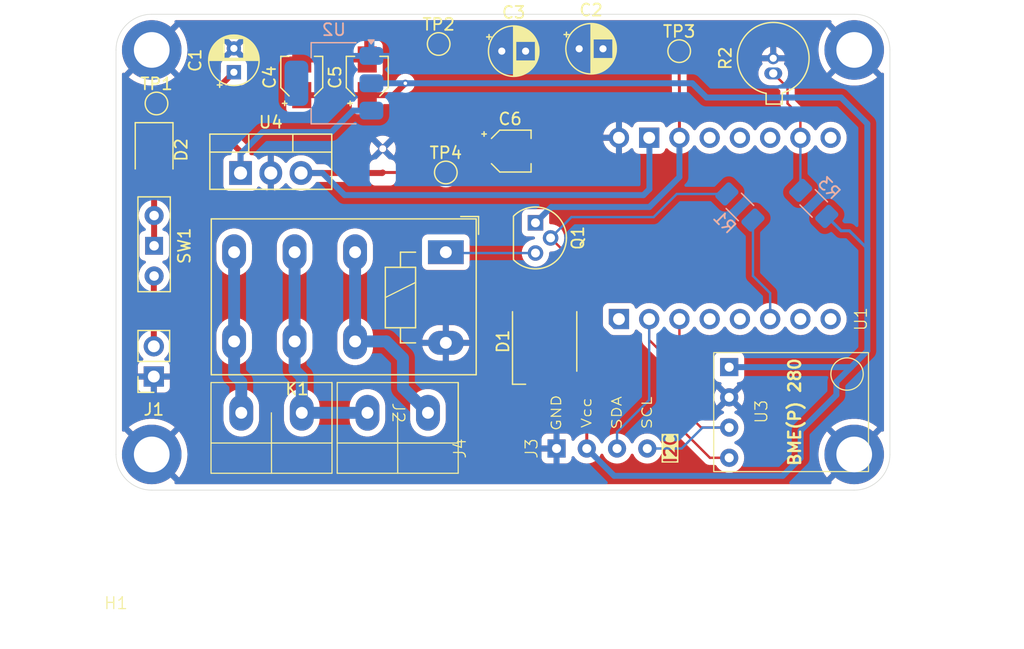
<source format=kicad_pcb>
(kicad_pcb (version 20240108) (generator "pcbnew") (generator_version "8.0")
  (layers (0 "F.Cu" signal) (31 "B.Cu" signal) (34 "B.Paste" user) (35 "F.Paste" user) (36 "B.SilkS" user "B.Silkscreen") (37 "F.SilkS" user "F.Silkscreen") (38 "B.Mask" user) (39 "F.Mask" user) (44 "Edge.Cuts" user))
  (net 0 "")
  (net 1 "GND")
  (net 2 "/SDA")
  (net 3 "/SCL")
  (net 4 "Net-(Q1-E)")
  (net 5 "/GPIO10")
  (net 7 "/ADC1")
  (net 16 "+3V3")
  (net 17 "/Power Supply/VIN")
  (net 18 "+5V")
  (net 19 "/Power Supply/VDC")
  (net 20 "/NC")
  (net 21 "/COM")
  (net 22 "/NO")
  (net 23 "Net-(J1-Pin_2)")
  (net 24 "Net-(D1-AG)")
  (footprint "Package_TO_SOT_THT:TO-92" (layer "F.Cu") (at 145.83 76.83 -90)
    (property "Reference" "Q1" (at 1.27 -3.56 90) (layer "F.SilkS"))
    (property "Value" "NPN")
    (pad "1" thru_hole rect (at 0 0 270) (size 1.3 1.3) (drill 0.75) (layers "*.Cu" "*.Mask") (net 16 "+3V3"))
    (pad "2" thru_hole circle (at 1.27 -1.27 270) (size 1.3 1.3) (drill 0.75) (layers "*.Cu" "*.Mask") (net 24 "Net-(D1-AG)"))
    (pad "3" thru_hole circle (at 2.54 0 270) (size 1.3 1.3) (drill 0.75) (layers "*.Cu" "*.Mask") (net 4 "Net-(Q1-E)"))
  )
  (footprint "TestPoint:TestPoint_Pad_D1.5mm" (layer "F.Cu") (at 157.9 62.4)
    (property "Reference" "TP3" (at 0 -1.648 0) (layer "F.SilkS"))
    (property "Value" "3V3")
    (pad "1" smd circle (at 0 0) (size 1.5 1.5) (layers "F.Cu" "F.Mask") (net 16 "+3V3"))
  )
  (footprint "Alexander Footprint Library:Conn_Terminal_5mm" (layer "F.Cu") (at 144.42 92.8 -90)
    (property "Reference" "J3" (at 3 -1.08 90) (layer "F.SilkS") (effects (font (thickness 0.1))))
    (property "Value" "Conn_01x02_Socket")
    (pad "1" thru_hole oval (at 0 7.62) (size 2 3) (drill 1) (layers "*.Cu" "*.Mask") (net 20 "/NC"))
    (pad "2" thru_hole oval (at 0 12.7) (size 2 3) (drill 1) (layers "*.Cu" "*.Mask") (net 21 "/COM"))
  )
  (footprint "Alexander Footprint Library:Conn_I2C" (layer "F.Cu") (at 139.98 95.8 90)
    (property "Reference" "J4" (at 0 -0.5 90) (layer "F.SilkS") (effects (font (thickness 0.1))))
    (property "Value" "I2C")
    (fp_text user "I2C" (at 0 17.78 90) (layer "F.SilkS" knockout) (effects (font (thickness 0.2) (bold yes)) (justify bottom)))
    (fp_text user "GND" (at 3 7.6 90) (layer "F.SilkS") (effects (font (size 0.8 1) (thickness 0.1))))
    (fp_text user "SDA" (at 3 12.68 90) (layer "F.SilkS") (effects (font (size 0.8 1) (thickness 0.1))))
    (fp_text user "SCL" (at 3 15.22 90) (layer "F.SilkS") (effects (font (size 0.8 1) (thickness 0.1))))
    (fp_text user "Vcc" (at 3 10.14 90) (layer "F.SilkS") (effects (font (size 0.8 1) (thickness 0.1))))
    (pad "GND" thru_hole rect (at 0 7.62 90) (size 1.524 1.524) (drill 0.762) (layers "*.Cu" "*.Mask") (net 1 "GND"))
    (pad "SCL" thru_hole circle (at 0 15.24 90) (size 1.524 1.524) (drill 0.762) (layers "*.Cu" "*.Mask") (net 3 "/SCL"))
    (pad "SDA" thru_hole circle (at 0 12.7 90) (size 1.524 1.524) (drill 0.762) (layers "*.Cu" "*.Mask") (net 2 "/SDA"))
    (pad "Vcc" thru_hole circle (at 0 10.16 90) (size 1.524 1.524) (drill 0.762) (layers "*.Cu" "*.Mask") (net 16 "+3V3"))
  )
  (footprint "TestPoint:TestPoint_Pad_D1.5mm" (layer "F.Cu") (at 138.3 72.6)
    (property "Reference" "TP4" (at 0 -1.648 0) (layer "F.SilkS"))
    (property "Value" "5V")
    (pad "1" smd circle (at 0 0) (size 1.5 1.5) (layers "F.Cu" "F.Mask") (net 18 "+5V"))
  )
  (footprint "Alexander Footprint Library:BME280_BMP280_I2C" (layer "F.Cu") (at 160.8 87.74)
    (property "Reference" "U3" (at 4 4.96 90) (layer "F.SilkS") (effects (font (thickness 0.1))))
    (property "Value" "~")
    (fp_text user "BME(P) 280" (at 6.8 5 90) (layer "F.SilkS") (effects (font (thickness 0.2) (bold yes))))
    (pad "1" thru_hole rect (at 1.3 1.22) (size 1.524 1.524) (drill 0.762) (layers "*.Cu" "*.Mask") (net 16 "+3V3"))
    (pad "2" thru_hole circle (at 1.3 3.76) (size 1.524 1.524) (drill 0.762) (layers "*.Cu" "*.Mask") (net 1 "GND"))
    (pad "3" thru_hole circle (at 1.3 6.3) (size 1.524 1.524) (drill 0.762) (layers "*.Cu" "*.Mask") (net 3 "/SCL"))
    (pad "4" thru_hole circle (at 1.3 8.84) (size 1.524 1.524) (drill 0.762) (layers "*.Cu" "*.Mask") (net 2 "/SDA"))
  )
  (footprint "Connector_PinSocket_2.54mm:PinSocket_1x02_P2.54mm_Vertical" (layer "F.Cu") (at 113.775 89.75 180)
    (property "Reference" "J1" (at 0 -2.77 0) (layer "F.SilkS"))
    (property "Value" "PWR")
    (pad "1" thru_hole rect (at 0 0 180) (size 1.7 1.7) (drill 1) (layers "*.Cu" "*.Mask") (net 1 "GND"))
    (pad "2" thru_hole oval (at 0 2.54 180) (size 1.7 1.7) (drill 1) (layers "*.Cu" "*.Mask") (net 23 "Net-(J1-Pin_2)"))
  )
  (footprint "Alexander Footprint Library:LED_5050-6" (layer "F.Cu") (at 146.6 86.8 90)
    (property "Reference" "D1" (at 0 -3.5 90) (layer "F.SilkS"))
    (property "Value" "LED_SMD_5050")
    (pad "1" smd rect (at -2.4 -1.7 180) (size 1.1 2) (layers "F.Cu" "F.Paste" "F.Mask") (net 16 "+3V3"))
    (pad "2" smd rect (at -2.4 0 180) (size 1.1 2) (layers "F.Cu" "F.Paste" "F.Mask") (net 16 "+3V3"))
    (pad "3" smd rect (at -2.4 1.7 180) (size 1.1 2) (layers "F.Cu" "F.Paste" "F.Mask") (net 16 "+3V3"))
    (pad "4" smd rect (at 2.4 1.7 180) (size 1.1 2) (layers "F.Cu" "F.Paste" "F.Mask") (net 24 "Net-(D1-AG)"))
    (pad "5" smd rect (at 2.4 0 180) (size 1.1 2) (layers "F.Cu" "F.Paste" "F.Mask") (net 24 "Net-(D1-AG)"))
    (pad "6" smd rect (at 2.4 -1.7 180) (size 1.1 2) (layers "F.Cu" "F.Paste" "F.Mask") (net 24 "Net-(D1-AG)"))
  )
  (footprint "Alexander Footprint Library:ESP32-C3_SuperMini" (layer "F.Cu") (at 173.16 84.92 90)
    (property "Reference" "U1" (at 0 0 90) (layer "F.SilkS") (effects (font (thickness 0.1))))
    (property "Value" "~")
    (pad "1" thru_hole roundrect (at 0 -20.32 90) (size 1.7 1.7) (drill 1) (layers "*.Cu" "*.Mask") (roundrect_rratio 0) (chamfer_ratio 0.25) (chamfer top_left))
    (pad "2" thru_hole oval (at 0 -17.78 90) (size 1.7 1.7) (drill 1) (layers "*.Cu" "*.Mask") (net 2 "/SDA"))
    (pad "3" thru_hole oval (at 0 -15.24 90) (size 1.7 1.7) (drill 1) (layers "*.Cu" "*.Mask") (net 3 "/SCL"))
    (pad "4" thru_hole oval (at 0 -12.7 90) (size 1.7 1.7) (drill 1) (layers "*.Cu" "*.Mask"))
    (pad "5" thru_hole oval (at 0 -10.16 90) (size 1.7 1.7) (drill 1) (layers "*.Cu" "*.Mask"))
    (pad "6" thru_hole oval (at 0 -7.62 90) (size 1.7 1.7) (drill 1) (layers "*.Cu" "*.Mask") (net 5 "/GPIO10"))
    (pad "7" thru_hole oval (at 0 -5.08 90) (size 1.7 1.7) (drill 1) (layers "*.Cu" "*.Mask"))
    (pad "8" thru_hole oval (at 0 -2.54 90) (size 1.7 1.7) (drill 1) (layers "*.Cu" "*.Mask"))
    (pad "9" thru_hole oval (at 15.24 -2.54 90) (size 1.7 1.7) (drill 1) (layers "*.Cu" "*.Mask"))
    (pad "10" thru_hole oval (at 15.24 -5.08 90) (size 1.7 1.7) (drill 1) (layers "*.Cu" "*.Mask") (net 7 "/ADC1"))
    (pad "11" thru_hole oval (at 15.24 -7.62 90) (size 1.7 1.7) (drill 1) (layers "*.Cu" "*.Mask"))
    (pad "12" thru_hole oval (at 15.24 -10.16 90) (size 1.7 1.7) (drill 1) (layers "*.Cu" "*.Mask"))
    (pad "13" thru_hole oval (at 15.24 -12.7 90) (size 1.7 1.7) (drill 1) (layers "*.Cu" "*.Mask"))
    (pad "14" thru_hole oval (at 15.24 -15.24 90) (size 1.7 1.7) (drill 1) (layers "*.Cu" "*.Mask") (net 16 "+3V3"))
    (pad "15" thru_hole rect (at 15.24 -17.78 90) (size 1.7 1.7) (drill 1) (layers "*.Cu" "*.Mask") (net 18 "+5V"))
    (pad "16" thru_hole oval (at 15.24 -20.32 90) (size 1.7 1.7) (drill 1) (layers "*.Cu" "*.Mask") (net 1 "GND"))
  )
  (footprint "TestPoint:TestPoint_Pad_D1.5mm" (layer "F.Cu") (at 137.7 61.8)
    (property "Reference" "TP2" (at 0 -1.648 0) (layer "F.SilkS"))
    (property "Value" "GND")
    (pad "1" smd circle (at 0 0) (size 1.5 1.5) (layers "F.Cu" "F.Mask") (net 1 "GND"))
  )
  (footprint "Alexander Footprint Library:Board_65-40" (layer "F.Cu") (at 110.6 109.3)
    (property "Reference" "H1" (at 0 -0.5 0) (layer "F.SilkS") (effects (font (thickness 0.1))))
    (property "Value" "Project_Box_Board_65x40")
    (fp_line (start 0 -13) (end 0 -47) (stroke (width 0.05)) (layer "Edge.Cuts"))
    (fp_line (start 3 -50) (end 62 -50) (stroke (width 0.05)) (layer "Edge.Cuts"))
    (fp_line (start 62 -10) (end 3 -10) (stroke (width 0.05)) (layer "Edge.Cuts"))
    (fp_line (start 65 -47) (end 65 -13) (stroke (width 0.05)) (layer "Edge.Cuts"))
    (fp_arc (start 0 -47) (mid 0.87868 -49.12132) (end 3 -50) (stroke (width 0.05)) (layer "Edge.Cuts"))
    (fp_arc (start 3 -10) (mid 0.87868 -10.87868) (end 0 -13) (stroke (width 0.05)) (layer "Edge.Cuts"))
    (fp_arc (start 62 -50) (mid 64.12132 -49.12132) (end 65 -47) (stroke (width 0.05)) (layer "Edge.Cuts"))
    (fp_arc (start 65 -13) (mid 64.12132 -10.87868) (end 62 -10) (stroke (width 0.05)) (layer "Edge.Cuts"))
    (pad "1" thru_hole circle (at 3 -47) (size 5 5) (drill 3) (layers "*.Cu" "*.Mask") (net 1 "GND"))
    (pad "2" thru_hole circle (at 3 -13) (size 5 5) (drill 3) (layers "*.Cu" "*.Mask") (net 1 "GND"))
    (pad "3" thru_hole circle (at 62 -13) (size 5 5) (drill 3) (layers "*.Cu" "*.Mask") (net 1 "GND"))
    (pad "4" thru_hole circle (at 62 -47) (size 5 5) (drill 3) (layers "*.Cu" "*.Mask") (net 1 "GND"))
  )
  (footprint "Alexander Footprint Library:LD1117" (layer "F.Cu") (at 121.06 72.645)
    (property "Reference" "U4" (at 2.54 -4.27 360) (layer "F.SilkS"))
    (property "Value" "L7805")
    (pad "1" thru_hole rect (at 0 0) (size 1.905 2) (drill 1.1) (layers "*.Cu" "*.Mask") (net 17 "/Power Supply/VIN"))
    (pad "2" thru_hole oval (at 2.54 0) (size 1.905 2) (drill 1.1) (layers "*.Cu" "*.Mask") (net 1 "GND"))
    (pad "3" thru_hole oval (at 5.08 0) (size 1.905 2) (drill 1.1) (layers "*.Cu" "*.Mask") (net 18 "+5V"))
  )
  (footprint "TestPoint:TestPoint_Pad_D1.5mm" (layer "F.Cu") (at 114 66.8)
    (property "Reference" "TP1" (at 0 -1.648 0) (layer "F.SilkS"))
    (property "Value" "VIN")
    (pad "1" smd circle (at 0 0) (size 1.5 1.5) (layers "F.Cu" "F.Mask") (net 17 "/Power Supply/VIN"))
  )
  (footprint "Capacitor_SMD:CP_Elec_3x5.3" (layer "F.Cu") (at 143.7 70.8)
    (property "Reference" "C6" (at 0 -2.7 0) (layer "F.SilkS"))
    (property "Value" "10uF")
    (pad "1" smd rect (at -1.5 0) (size 2.2 1.6) (layers "F.Cu" "F.Paste" "F.Mask") (net 1 "GND"))
    (pad "2" smd rect (at 1.5 0) (size 2.2 1.6) (layers "F.Cu" "F.Paste" "F.Mask") (net 18 "+5V"))
  )
  (footprint "Diode_SMD:D_1210_3225Metric" (layer "F.Cu") (at 113.8 70.7 -90)
    (property "Reference" "D2" (at 0 -2.28 90) (layer "F.SilkS"))
    (property "Value" "D")
    (pad "1" smd roundrect (at -1.4 0 270) (size 1.25 2.65) (layers "F.Cu" "F.Paste" "F.Mask") (roundrect_rratio 0.2) (net 17 "/Power Supply/VIN"))
    (pad "2" smd roundrect (at 1.4 0 270) (size 1.25 2.65) (layers "F.Cu" "F.Paste" "F.Mask") (roundrect_rratio 0.2) (net 19 "/Power Supply/VDC"))
  )
  (footprint "Alexander Footprint Library:Conn_Terminal_5mm" (layer "F.Cu") (at 133.82 92.8 -90)
    (property "Reference" "J2" (at 0 -0.5 -90) (layer "F.SilkS") (effects (font (thickness 0.1))))
    (property "Value" "Conn_01x02_Socket")
    (pad "1" thru_hole oval (at 0 7.62) (size 2 3) (drill 1) (layers "*.Cu" "*.Mask") (net 21 "/COM"))
    (pad "2" thru_hole oval (at 0 12.7) (size 2 3) (drill 1) (layers "*.Cu" "*.Mask") (net 22 "/NO"))
  )
  (footprint "Alexander Footprint Library:Relay_DPDT_HK19F_HUI" (layer "F.Cu") (at 138.3 79.3 180)
    (property "Reference" "K1" (at 12.5 -11.5 0) (layer "F.SilkS"))
    (property "Value" "Relay_DPDT_HK19F_HUI")
    (pad "11" thru_hole oval (at 12.7 0) (size 2 3) (drill 1) (layers "*.Cu" "*.Mask") (net 21 "/COM"))
    (pad "12" thru_hole oval (at 7.62 0) (size 2 3) (drill 1) (layers "*.Cu" "*.Mask") (net 20 "/NC"))
    (pad "14" thru_hole oval (at 17.78 0) (size 2 3) (drill 1) (layers "*.Cu" "*.Mask") (net 22 "/NO"))
    (pad "21" thru_hole oval (at 12.7 -7.5) (size 2 3) (drill 1) (layers "*.Cu" "*.Mask") (net 21 "/COM"))
    (pad "22" thru_hole oval (at 7.62 -7.5) (size 2 3) (drill 1) (layers "*.Cu" "*.Mask") (net 20 "/NC"))
    (pad "24" thru_hole oval (at 17.78 -7.5) (size 2 3) (drill 1) (layers "*.Cu" "*.Mask") (net 22 "/NO"))
    (pad "A1" thru_hole rect (at 0 0) (size 3 2) (drill 1) (layers "*.Cu" "*.Mask") (net 4 "Net-(Q1-E)"))
    (pad "A2" thru_hole oval (at 0 -7.62) (size 3 2) (drill 1) (layers "*.Cu" "*.Mask") (net 1 "GND"))
  )
  (footprint "Package_TO_SOT_THT:TO-46-2_Pin2Center" (layer "F.Cu") (at 165.8 64.27 90)
    (property "Reference" "R2" (at 1.27 -4.02 90) (layer "F.SilkS"))
    (property "Value" "R_Photo")
    (pad "1" thru_hole oval (at 0 0 180) (size 1.5 1) (drill 0.7) (layers "*.Cu" "*.Mask") (net 7 "/ADC1"))
    (pad "2" thru_hole oval (at 1.27 0 90) (size 1 1) (drill 0.6) (layers "*.Cu" "*.Mask") (net 1 "GND"))
  )
  (footprint "Capacitor_THT:CP_Radial_D4.0mm_P2.00mm" (layer "F.Cu") (at 143 62.4)
    (property "Reference" "C3" (at 1 -3.25 0) (layer "F.SilkS"))
    (property "Value" "1uF")
    (pad "1" thru_hole rect (at 0 0) (size 1.2 1.2) (drill 0.6) (layers "*.Cu" "*.Mask") (net 18 "+5V"))
    (pad "2" thru_hole circle (at 2 0) (size 1.2 1.2) (drill 0.6) (layers "*.Cu" "*.Mask") (net 1 "GND"))
  )
  (footprint "Capacitor_THT:CP_Radial_D4.0mm_P2.00mm" (layer "F.Cu") (at 120.5 64.1726 90)
    (property "Reference" "C1" (at 1 -3.25 90) (layer "F.SilkS"))
    (property "Value" "10uF")
    (pad "1" thru_hole rect (at 0 0 90) (size 1.2 1.2) (drill 0.6) (layers "*.Cu" "*.Mask") (net 17 "/Power Supply/VIN"))
    (pad "2" thru_hole circle (at 2 0 90) (size 1.2 1.2) (drill 0.6) (layers "*.Cu" "*.Mask") (net 1 "GND"))
  )
  (footprint "Capacitor_SMD:CP_Elec_3x5.3" (layer "F.Cu") (at 126.2 64.6 90)
    (property "Reference" "C4" (at 0 -2.7 90) (layer "F.SilkS"))
    (property "Value" "10uF")
    (pad "1" smd rect (at -1.5 0 90) (size 2.2 1.6) (layers "F.Cu" "F.Paste" "F.Mask") (net 16 "+3V3"))
    (pad "2" smd rect (at 1.5 0 90) (size 2.2 1.6) (layers "F.Cu" "F.Paste" "F.Mask") (net 1 "GND"))
  )
  (footprint "Alexander Footprint Library:SW_Slide-03_7.3x2.5x2.5_P2.54mm" (layer "F.Cu") (at 113.8 78.76 -90)
    (property "Reference" "SW1" (at 0 -2.54 90) (layer "F.SilkS"))
    (property "Value" "SW_SPDT")
    (pad "1" thru_hole rect (at 0 0 270) (size 1.5 1.5) (drill 0.8) (layers "*.Cu" "*.Mask") (net 19 "/Power Supply/VDC"))
    (pad "2" thru_hole circle (at -2.54 0 270) (size 1.6 1.6) (drill 0.8) (layers "*.Cu" "*.Mask") (net 19 "/Power Supply/VDC"))
    (pad "3" thru_hole circle (at 2.54 0 270) (size 1.6 1.6) (drill 0.8) (layers "*.Cu" "*.Mask") (net 23 "Net-(J1-Pin_2)"))
  )
  (footprint "Capacitor_SMD:CP_Elec_3x5.3" (layer "F.Cu") (at 131.7 64.6 90)
    (property "Reference" "C5" (at 0 -2.7 90) (layer "F.SilkS"))
    (property "Value" "0.1uF")
    (pad "1" smd rect (at -1.5 0 90) (size 2.2 1.6) (layers "F.Cu" "F.Paste" "F.Mask") (net 16 "+3V3"))
    (pad "2" smd rect (at 1.5 0 90) (size 2.2 1.6) (layers "F.Cu" "F.Paste" "F.Mask") (net 1 "GND"))
  )
  (footprint "Capacitor_THT:CP_Radial_D4.0mm_P2.00mm" (layer "F.Cu") (at 149.5 62.2)
    (property "Reference" "C2" (at 1 -3.25 0) (layer "F.SilkS"))
    (property "Value" "1uF")
    (pad "1" thru_hole rect (at 0 0) (size 1.2 1.2) (drill 0.6) (layers "*.Cu" "*.Mask") (net 16 "+3V3"))
    (pad "2" thru_hole circle (at 2 0) (size 1.2 1.2) (drill 0.6) (layers "*.Cu" "*.Mask") (net 1 "GND"))
  )
  (footprint "Resistor_SMD:R_1206_3216Metric_Pad1.30x1.75mm_HandSolder" (layer "B.Cu") (at 163 75.5 -45)
    (property "Reference" "R1" (at 0 1.82 135) (layer "B.SilkS") (effects (justify mirror)))
    (property "Value" "10K")
    (pad "1" smd roundrect (at -1.550001 0 315) (size 1.3 1.75) (layers "B.Cu" "B.Paste" "B.Mask") (roundrect_rratio 0.192308) (net 24 "Net-(D1-AG)"))
    (pad "2" smd roundrect (at 1.550001 0 315) (size 1.3 1.75) (layers "B.Cu" "B.Paste" "B.Mask") (roundrect_rratio 0.192308) (net 5 "/GPIO10"))
  )
  (footprint "Alexander Footprint Library:AMS1117 SOT-223" (layer "B.Cu") (at 128.9 65.1 180)
    (property "Reference" "U2" (at 0 4.5 360) (layer "B.SilkS") (effects (justify mirror)))
    (property "Value" "AMS1117-3V3")
    (pad "1" smd roundrect (at -3.15 2.3 180) (size 2 1.5) (layers "B.Cu" "B.Paste" "B.Mask") (net 1 "GND"))
    (pad "2" smd roundrect (at -3.15 0 180) (size 2 1.5) (layers "B.Cu" "B.Paste" "B.Mask") (net 16 "+3V3"))
    (pad "3" smd roundrect (at -3.15 -2.3 180) (size 2 1.5) (layers "B.Cu" "B.Paste" "B.Mask") (net 17 "/Power Supply/VIN"))
    (pad "4" smd roundrect (at 3.15 0 180) (size 2 3.8) (layers "B.Cu" "B.Paste" "B.Mask"))
  )
  (footprint "Resistor_SMD:R_1206_3216Metric_Pad1.30x1.75mm_HandSolder" (layer "B.Cu") (at 169.2 75.2 135)
    (property "Reference" "R3" (at 0 1.82 135) (layer "B.SilkS") (effects (justify mirror)))
    (property "Value" "R")
    (pad "1" smd roundrect (at -1.550001 0 135) (size 1.3 1.75) (layers "B.Cu" "B.Paste" "B.Mask") (roundrect_rratio 0.192308) (net 16 "+3V3"))
    (pad "2" smd roundrect (at 1.550001 0 135) (size 1.3 1.75) (layers "B.Cu" "B.Paste" "B.Mask") (roundrect_rratio 0.192308) (net 7 "/ADC1"))
  )
  (segment (start 160.48 96.58) (end 157.52 93.62) (width 0.2) (layer "F.Cu") (net 2))
  (segment (start 162.1 96.58) (end 160.48 96.58) (width 0.2) (layer "F.Cu") (net 2))
  (segment (start 155.38 86.68) (end 155.38 84.92) (width 0.2) (layer "F.Cu") (net 2))
  (segment (start 157.52 88.82) (end 155.38 86.68) (width 0.2) (layer "F.Cu") (net 2))
  (segment (start 157.52 93.62) (end 157.52 88.82) (width 0.2) (layer "F.Cu") (net 2))
  (segment (start 152.68 95.8) (end 152.68 94.42) (width 0.2) (layer "B.Cu") (net 2))
  (segment (start 155.38 91.72) (end 155.38 84.92) (width 0.2) (layer "B.Cu") (net 2))
  (segment (start 152.68 94.42) (end 155.38 91.72) (width 0.2) (layer "B.Cu") (net 2))
  (segment (start 158.6 92.9) (end 158.6 88.3) (width 0.2) (layer "F.Cu") (net 3))
  (segment (start 159.74 94.04) (end 158.6 92.9) (width 0.2) (layer "F.Cu") (net 3))
  (segment (start 157.92 87.62) (end 157.92 84.92) (width 0.2) (layer "F.Cu") (net 3))
  (segment (start 158.6 88.3) (end 157.92 87.62) (width 0.2) (layer "F.Cu") (net 3))
  (segment (start 162.1 94.04) (end 159.74 94.04) (width 0.2) (layer "F.Cu") (net 3))
  (segment (start 155.22 95.8) (end 158.1 95.8) (width 0.2) (layer "B.Cu") (net 3))
  (segment (start 158.1 95.8) (end 159.86 94.04) (width 0.2) (layer "B.Cu") (net 3))
  (segment (start 159.86 94.04) (end 162.1 94.04) (width 0.2) (layer "B.Cu") (net 3))
  (segment (start 138.37 79.37) (end 138.3 79.3) (width 0.2) (layer "B.Cu") (net 4))
  (segment (start 145.83 79.37) (end 138.37 79.37) (width 0.2) (layer "B.Cu") (net 4))
  (segment (start 165.54 82.74) (end 165.54 84.92) (width 0.2) (layer "B.Cu") (net 5))
  (segment (start 164.096016 76.596016) (end 164.096016 81.296016) (width 0.2) (layer "B.Cu") (net 5))
  (segment (start 164.096016 81.296016) (end 165.54 82.74) (width 0.2) (layer "B.Cu") (net 5))
  (segment (start 168.08 67.88) (end 167 66.8) (width 0.2) (layer "F.Cu") (net 7))
  (segment (start 168.08 69.68) (end 168.08 67.88) (width 0.2) (layer "F.Cu") (net 7))
  (segment (start 167 65.47) (end 165.8 64.27) (width 0.2) (layer "F.Cu") (net 7))
  (segment (start 167 66.8) (end 167 65.47) (width 0.2) (layer "F.Cu") (net 7))
  (segment (start 168.08 69.68) (end 168.08 74.08) (width 0.2) (layer "B.Cu") (net 7))
  (segment (start 168.08 74.08) (end 168.103984 74.103984) (width 0.2) (layer "B.Cu") (net 7))
  (segment (start 157.9 65.3) (end 157.9 62.4) (width 0.25) (layer "F.Cu") (net 16))
  (segment (start 150.14 93.64) (end 148.3 91.8) (width 0.25) (layer "F.Cu") (net 16))
  (segment (start 133.9 66.1) (end 134.9 65.1) (width 0.5) (layer "F.Cu") (net 16))
  (segment (start 157.92 65.32) (end 157.92 69.68) (width 0.25) (layer "F.Cu") (net 16))
  (segment (start 157.92 65.32) (end 157.9 65.3) (width 0.25) (layer "F.Cu") (net 16))
  (segment (start 148.3 89.2) (end 144.9 89.2) (width 0.25) (layer "F.Cu") (net 16))
  (segment (start 150.14 95.8) (end 150.14 93.64) (width 0.25) (layer "F.Cu") (net 16))
  (segment (start 126.2 66.1) (end 131.7 66.1) (width 0.5) (layer "F.Cu") (net 16))
  (segment (start 148.3 91.8) (end 148.3 89.2) (width 0.25) (layer "F.Cu") (net 16))
  (segment (start 131.7 66.1) (end 133.9 66.1) (width 0.5) (layer "F.Cu") (net 16))
  (via (at 134.9 65.1) (size 0.6) (drill 0.3) (layers "F.Cu" "B.Cu") (net 16))
  (segment (start 171.1 90.2) (end 171.1 91.3) (width 0.5) (layer "B.Cu") (net 16))
  (segment (start 171.1 91.3) (end 168.1 94.3) (width 0.5) (layer "B.Cu") (net 16))
  (segment (start 170.296016 76.296016) (end 171.5 77.5) (width 0.25) (layer "B.Cu") (net 16))
  (segment (start 155.4 75.5) (end 157.92 72.98) (width 0.5) (layer "B.Cu") (net 16))
  (segment (start 159 65.1) (end 134.9 65.1) (width 0.5) (layer "B.Cu") (net 16))
  (segment (start 166.6 98.1) (end 152.44 98.1) (width 0.5) (layer "B.Cu") (net 16))
  (segment (start 173.7 87.6) (end 173.7 79) (width 0.5) (layer "B.Cu") (net 16))
  (segment (start 145.83 76.83) (end 147.16 75.5) (width 0.5) (layer "B.Cu") (net 16))
  (segment (start 173.7 68.5) (end 171.5 66.3) (width 0.5) (layer "B.Cu") (net 16))
  (segment (start 134.9 65.1) (end 132.05 65.1) (width 0.5) (layer "B.Cu") (net 16))
  (segment (start 147.16 75.5) (end 155.4 75.5) (width 0.5) (layer "B.Cu") (net 16))
  (segment (start 172.34 88.96) (end 171.1 90.2) (width 0.5) (layer "B.Cu") (net 16))
  (segment (start 168.1 94.3) (end 168.1 96.6) (width 0.5) (layer "B.Cu") (net 16))
  (segment (start 172.2 77.5) (end 173.7 79) (width 0.25) (layer "B.Cu") (net 16))
  (segment (start 171.5 77.5) (end 172.2 77.5) (width 0.25) (layer "B.Cu") (net 16))
  (segment (start 160.2 66.3) (end 159 65.1) (width 0.5) (layer "B.Cu") (net 16))
  (segment (start 173.7 79) (end 173.7 68.5) (width 0.5) (layer "B.Cu") (net 16))
  (segment (start 172.34 88.96) (end 173.7 87.6) (width 0.5) (layer "B.Cu") (net 16))
  (segment (start 162.1 88.96) (end 172.34 88.96) (width 0.5) (layer "B.Cu") (net 16))
  (segment (start 152.44 98.1) (end 150.14 95.8) (width 0.5) (layer "B.Cu") (net 16))
  (segment (start 157.92 72.98) (end 157.92 69.68) (width 0.5) (layer "B.Cu") (net 16))
  (segment (start 171.5 66.3) (end 160.2 66.3) (width 0.5) (layer "B.Cu") (net 16))
  (segment (start 168.1 96.6) (end 166.6 98.1) (width 0.5) (layer "B.Cu") (net 16))
  (segment (start 121.06 70.86) (end 121.06 72.645) (width 0.5) (layer "F.Cu") (net 17))
  (segment (start 114 69.1) (end 113.8 69.3) (width 0.2) (layer "F.Cu") (net 17))
  (segment (start 114 66.8) (end 114 69.1) (width 0.2) (layer "F.Cu") (net 17))
  (segment (start 119.5 65.1726) (end 120.5 64.1726) (width 0.5) (layer "F.Cu") (net 17))
  (segment (start 119.5 69.3) (end 121.06 70.86) (width 0.5) (layer "F.Cu") (net 17))
  (segment (start 113.8 69.3) (end 119.5 69.3) (width 0.5) (layer "F.Cu") (net 17))
  (segment (start 119.5 69.3) (end 119.5 65.1726) (width 0.5) (layer "F.Cu") (net 17))
  (segment (start 122.9 69.2) (end 128.7 69.2) (width 0.5) (layer "B.Cu") (net 17))
  (segment (start 121.06 72.645) (end 121.06 71.04) (width 0.5) (layer "B.Cu") (net 17))
  (segment (start 130.5 67.4) (end 132.05 67.4) (width 0.5) (layer "B.Cu") (net 17))
  (segment (start 128.7 69.2) (end 130.5 67.4) (width 0.5) (layer "B.Cu") (net 17))
  (segment (start 121.06 71.04) (end 122.9 69.2) (width 0.5) (layer "B.Cu") (net 17))
  (segment (start 133 72.6) (end 138.3 72.6) (width 0.25) (layer "F.Cu") (net 18))
  (segment (start 132.955 72.645) (end 133 72.6) (width 0.5) (layer "F.Cu") (net 18))
  (segment (start 126.14 72.645) (end 132.955 72.645) (width 0.5) (layer "F.Cu") (net 18))
  (segment (start 155.4 69.7) (end 155.4 74) (width 0.5) (layer "B.Cu") (net 18))
  (segment (start 155.38 69.68) (end 155.4 69.7) (width 0.5) (layer "B.Cu") (net 18))
  (segment (start 129.8 74.5) (end 127.945 72.645) (width 0.5) (layer "B.Cu") (net 18))
  (segment (start 154.9 74.5) (end 129.8 74.5) (width 0.5) (layer "B.Cu") (net 18))
  (segment (start 155.4 74) (end 154.9 74.5) (width 0.5) (layer "B.Cu") (net 18))
  (segment (start 127.945 72.645) (end 126.14 72.645) (width 0.5) (layer "B.Cu") (net 18))
  (segment (start 113.8 76.22) (end 113.8 72.1) (width 0.5) (layer "F.Cu") (net 19))
  (segment (start 113.8 78.76) (end 113.8 76.22) (width 0.5) (layer "F.Cu") (net 19))
  (segment (start 134.7 90.7) (end 136.8 92.8) (width 1) (layer "B.Cu") (net 20))
  (segment (start 133.3 86.8) (end 134.7 88.2) (width 1) (layer "B.Cu") (net 20))
  (segment (start 130.68 86.8) (end 130.68 79.3) (width 1) (layer "B.Cu") (net 20))
  (segment (start 134.7 88.2) (end 134.7 90.7) (width 1) (layer "B.Cu") (net 20))
  (segment (start 130.68 86.8) (end 133.3 86.8) (width 1) (layer "B.Cu") (net 20))
  (segment (start 125.6 86.8) (end 125.6 79.3) (width 1) (layer "B.Cu") (net 21))
  (segment (start 125.6 86.8) (end 125.6 89.2) (width 1) (layer "B.Cu") (net 21))
  (segment (start 125.6 89.2) (end 126.2 89.8) (width 1) (layer "B.Cu") (net 21))
  (segment (start 126.2 89.8) (end 126.2 92.8) (width 1) (layer "B.Cu") (net 21))
  (segment (start 126.2 92.8) (end 131.72 92.8) (width 1) (layer "B.Cu") (net 21))
  (segment (start 120.52 79.3) (end 120.52 86.8) (width 1) (layer "B.Cu") (net 22))
  (segment (start 120.52 86.8) (end 120.52 89.62) (width 1) (layer "B.Cu") (net 22))
  (segment (start 120.52 89.62) (end 121.12 90.22) (width 1) (layer "B.Cu") (net 22))
  (segment (start 121.12 90.22) (end 121.12 92.8) (width 1) (layer "B.Cu") (net 22))
  (segment (start 113.775 81.325) (end 113.8 81.3) (width 0.2) (layer "F.Cu") (net 23))
  (segment (start 113.775 87.21) (end 113.775 81.325) (width 0.5) (layer "F.Cu") (net 23))
  (segment (start 148.3 79.3) (end 148.3 84.4) (width 0.2) (layer "F.Cu") (net 24))
  (segment (start 147.1 78.1) (end 148.3 79.3) (width 0.2) (layer "F.Cu") (net 24))
  (segment (start 148.3 84.4) (end 144.9 84.4) (width 0.2) (layer "F.Cu") (net 24))
  (segment (start 155.752082 76.35) (end 148.85 76.35) (width 0.2) (layer "B.Cu") (net 24))
  (segment (start 148.85 76.35) (end 147.1 78.1) (width 0.2) (layer "B.Cu") (net 24))
  (segment (start 157.698098 74.403984) (end 155.752082 76.35) (width 0.2) (layer "B.Cu") (net 24))
  (segment (start 161.903984 74.403984) (end 157.698098 74.403984) (width 0.2) (layer "B.Cu") (net 24))
  (zone (net 1) (net_name "GND") (layer "F.Cu") (priority 1) (connect_pads (clearance 0.5)) (min_thickness 0.25) (fill yes (thermal_gap 0.5) (thermal_bridge_width 0.5))
    (polygon (pts (xy 110.5 59.25) (xy 175.75 59.25) (xy 175.75 99.25) (xy 110.5 99.25)))
  )
  (zone (net 1) (net_name "GND") (layer "B.Cu") (connect_pads (clearance 0.5)) (min_thickness 0.25) (fill yes (thermal_gap 0.5) (thermal_bridge_width 0.5))
    (polygon (pts (xy 110.7 59.2) (xy 175.7 59.2) (xy 175.7 99.2) (xy 110.7 99.3)))
  )
)
</source>
